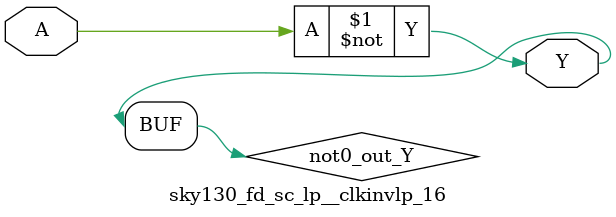
<source format=v>
/*
 * Copyright 2020 The SkyWater PDK Authors
 *
 * Licensed under the Apache License, Version 2.0 (the "License");
 * you may not use this file except in compliance with the License.
 * You may obtain a copy of the License at
 *
 *     https://www.apache.org/licenses/LICENSE-2.0
 *
 * Unless required by applicable law or agreed to in writing, software
 * distributed under the License is distributed on an "AS IS" BASIS,
 * WITHOUT WARRANTIES OR CONDITIONS OF ANY KIND, either express or implied.
 * See the License for the specific language governing permissions and
 * limitations under the License.
 *
 * SPDX-License-Identifier: Apache-2.0
*/


`ifndef SKY130_FD_SC_LP__CLKINVLP_16_FUNCTIONAL_V
`define SKY130_FD_SC_LP__CLKINVLP_16_FUNCTIONAL_V

/**
 * clkinvlp: Lower power Clock tree inverter.
 *
 * Verilog simulation functional model.
 */

`timescale 1ns / 1ps
`default_nettype none

`celldefine
module sky130_fd_sc_lp__clkinvlp_16 (
    Y,
    A
);

    // Module ports
    output Y;
    input  A;

    // Local signals
    wire not0_out_Y;

    //  Name  Output      Other arguments
    not not0 (not0_out_Y, A              );
    buf buf0 (Y         , not0_out_Y     );

endmodule
`endcelldefine

`default_nettype wire
`endif  // SKY130_FD_SC_LP__CLKINVLP_16_FUNCTIONAL_V

</source>
